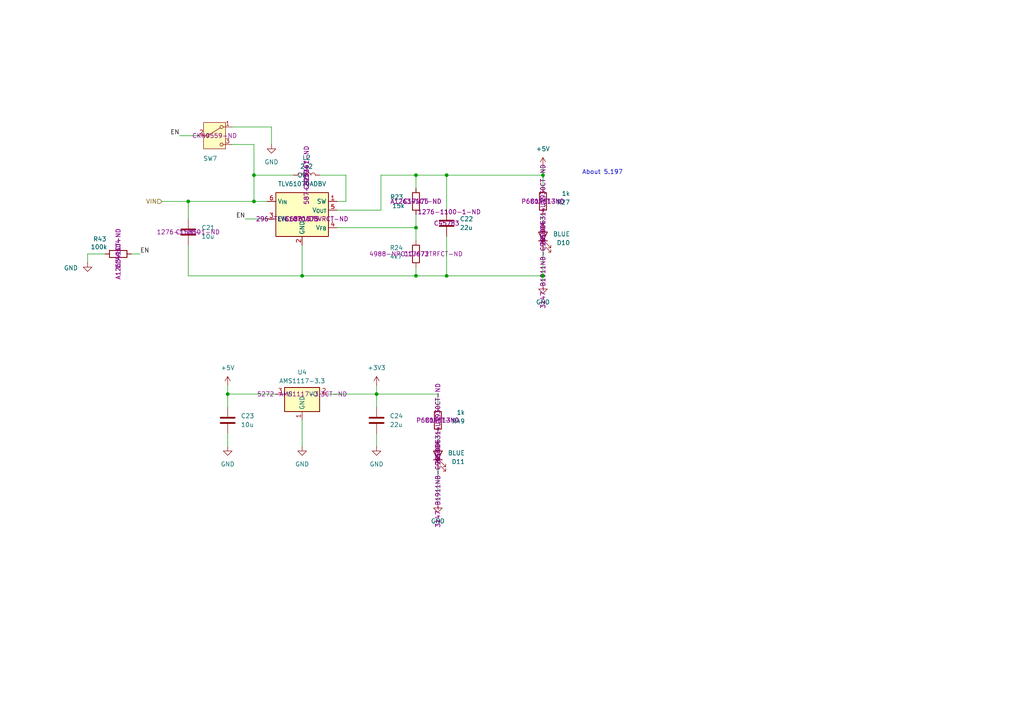
<source format=kicad_sch>
(kicad_sch (version 20250114) (generator "eeschema") (generator_version "9.0")
  (paper "A4")
  (title_block (rev "Rev.1"))
  (lib_symbols
    (symbol "Device:C" (pin_numbers (hide yes)) (pin_names (offset 0.254))
      (property "Reference" "C" (at 0.635 2.54 0))
      (property "Value" "C" (at 0.635 -2.54 0))
      (symbol "C_0_1"
        (polyline (pts (xy -2.032 0.762) (xy 2.032 0.762)) (stroke (width 0.508)))
        (polyline (pts (xy -2.032 -0.762) (xy 2.032 -0.762)) (stroke (width 0.508)))
      )
      (symbol "C_1_1"
        (pin passive line (at 0 3.81 270) (length 2.794) (name "~") (number "1"))
        (pin passive line (at 0 -3.81 90) (length 2.794) (name "~") (number "2"))
      )
    )
    (symbol "Device:L" (pin_numbers (hide yes)) (pin_names (offset 1.016) (hide yes))
      (property "Reference" "L" (at -1.27 0 90))
      (property "Value" "L" (at 1.905 0 90))
      (symbol "L_0_1"
        (arc (start 0 2.54) (mid 0.6323 1.905) (end 0 1.27))
        (arc (start 0 1.27) (mid 0.6323 0.635) (end 0 0))
        (arc (start 0 0) (mid 0.6323 -0.635) (end 0 -1.27))
        (arc (start 0 -1.27) (mid 0.6323 -1.905) (end 0 -2.54))
      )
      (symbol "L_1_1"
        (pin passive line (at 0 3.81 270) (length 1.27) (name "1") (number "1"))
        (pin passive line (at 0 -3.81 90) (length 1.27) (name "2") (number "2"))
      )
    )
    (symbol "Device:R" (pin_numbers (hide yes)) (pin_names (offset 0))
      (property "Reference" "R" (at 2.032 0 90))
      (property "Value" "R" (at 0 0 90))
      (symbol "R_0_1"
        (rectangle (start -1.016 -2.54) (end 1.016 2.54) (stroke (width 0.254)))
      )
      (symbol "R_1_1"
        (pin passive line (at 0 3.81 270) (length 1.27) (name "~") (number "1"))
        (pin passive line (at 0 -3.81 90) (length 1.27) (name "~") (number "2"))
      )
    )
    (symbol "Regulator_Linear:AMS1117-3.3"
      (property "Reference" "U" (at -3.81 3.175 0))
      (property "Value" "AMS1117-3.3" (at 0 3.175 0))
      (symbol "AMS1117-3.3_0_1"
        (rectangle (start -5.08 -5.08) (end 5.08 1.905) (stroke (width 0.254)) (fill (type background)))
      )
      (symbol "AMS1117-3.3_1_1"
        (pin power_in line (at -7.62 0 0) (length 2.54) (name "VI") (number "3"))
        (pin power_in line (at 0 -7.62 90) (length 2.54) (name "GND") (number "1"))
        (pin power_out line (at 7.62 0 180) (length 2.54) (name "VO") (number "2"))
      )
    )
    (symbol "Regulator_Switching:TLV61070ADBV"
      (property "Reference" "U" (at -7.62 8.89 0))
      (property "Value" "TLV61070ADBV" (at 0 8.89 0))
      (symbol "TLV61070ADBV_0_1"
        (rectangle (start -7.62 7.62) (end 7.62 -5.08) (stroke (width 0.254)) (fill (type background)))
      )
      (symbol "TLV61070ADBV_1_1"
        (pin power_in line (at -10.16 5.08 0) (length 2.54) (name "V_{IN}") (number "6"))
        (pin input line (at -10.16 0 0) (length 2.54) (name "EN") (number "3"))
        (pin power_in line (at 0 -7.62 90) (length 2.54) (name "GND") (number "2"))
        (pin input line (at 10.16 5.08 180) (length 2.54) (name "SW") (number "1"))
        (pin power_out line (at 10.16 2.54 180) (length 2.54) (name "V_{OUT}") (number "5"))
        (pin input line (at 10.16 -2.54 180) (length 2.54) (name "V_{FB}") (number "4"))
      )
    )
    (symbol "SparkFun-LED:LED" (pin_numbers (hide yes)) (pin_names (offset 1.016) (hide yes))
      (property "Reference" "D" (at 0 2.54 0))
      (property "Value" "LED" (at 0 -2.54 0))
      (symbol "LED_0_1"
        (polyline (pts (xy -3.048 -0.762) (xy -4.572 -2.286) (xy -3.81 -2.286) (xy -4.572 -2.286) (xy -4.572 -1.524)))
        (polyline (pts (xy -1.778 -0.762) (xy -3.302 -2.286) (xy -2.54 -2.286) (xy -3.302 -2.286) (xy -3.302 -1.524)))
        (polyline (pts (xy -1.27 0) (xy 1.27 0)))
        (polyline (pts (xy -1.27 -1.27) (xy -1.27 1.27)) (stroke (width 0.254)))
        (polyline (pts (xy 1.27 -1.27) (xy 1.27 1.27) (xy -1.27 0) (xy 1.27 -1.27)) (stroke (width 0.254)))
      )
      (symbol "LED_1_1"
        (pin passive line (at -3.81 0 0) (length 2.54) (name "K") (number "1"))
        (pin passive line (at 3.81 0 180) (length 2.54) (name "A") (number "2"))
      )
    )
    (symbol "Switch:SW_SPDT" (pin_names (offset 0) (hide yes))
      (property "Reference" "SW" (at 0 5.08 0))
      (property "Value" "SW_SPDT" (at 0 -5.08 0))
      (symbol "SW_SPDT_0_1"
        (circle (center -2.032 0) (radius 0.4572))
        (polyline (pts (xy -1.651 0.254) (xy 1.651 2.286)))
        (circle (center 2.032 2.54) (radius 0.4572))
        (circle (center 2.032 -2.54) (radius 0.4572))
      )
      (symbol "SW_SPDT_1_1"
        (rectangle (start -3.175 3.81) (end 3.175 -3.81) (fill (type background)))
        (pin passive line (at -5.08 0 0) (length 2.54) (name "B") (number "2"))
        (pin passive line (at 5.08 2.54 180) (length 2.54) (name "A") (number "1"))
        (pin passive line (at 5.08 -2.54 180) (length 2.54) (name "C") (number "3"))
      )
    )
    (symbol "power:+3V3" (power) (pin_numbers (hide yes)) (pin_names (offset 0) (hide yes))
      (property "Value" "+3V3" (at 0 3.556 0))
      (symbol "+3V3_0_1"
        (polyline (pts (xy -0.762 1.27) (xy 0 2.54)))
        (polyline (pts (xy 0 2.54) (xy 0.762 1.27)))
        (polyline (pts (xy 0 0) (xy 0 2.54)))
      )
      (symbol "+3V3_1_1"
        (pin power_in line (at 0 0 90) (length 0) (name "~") (number "1"))
      )
    )
    (symbol "power:+5V" (power) (pin_numbers (hide yes)) (pin_names (offset 0) (hide yes))
      (property "Value" "+5V" (at 0 3.556 0))
      (symbol "+5V_0_1"
        (polyline (pts (xy -0.762 1.27) (xy 0 2.54)))
        (polyline (pts (xy 0 2.54) (xy 0.762 1.27)))
        (polyline (pts (xy 0 0) (xy 0 2.54)))
      )
      (symbol "+5V_1_1"
        (pin power_in line (at 0 0 90) (length 0) (name "~") (number "1"))
      )
    )
    (symbol "power:GND" (power) (pin_numbers (hide yes)) (pin_names (offset 0) (hide yes))
      (property "Value" "GND" (at 0 -3.81 0))
      (symbol "GND_0_1"
        (polyline (pts (xy 0 0) (xy 0 -1.27) (xy 1.27 -1.27) (xy 0 -2.54) (xy -1.27 -1.27) (xy 0 -1.27)))
      )
      (symbol "GND_1_1"
        (pin power_in line (at 0 0 270) (length 0) (name "~") (number "1"))
      )
    )
  )
  (text "About 5.197" (at 174.752 50.038 0) (effects (font (size 1.27 1.27))))
  (junction (at 54.61 58.42))
  (junction (at 129.54 50.8))
  (junction (at 157.48 80.01))
  (junction (at 129.54 80.01))
  (junction (at 87.63 80.01))
  (junction (at 109.22 114.3))
  (junction (at 120.65 50.8))
  (junction (at 73.66 58.42))
  (junction (at 66.04 114.3))
  (junction (at 120.65 80.01))
  (junction (at 120.65 66.04))
  (junction (at 73.66 50.8))
  (junction (at 157.48 50.8))
  (wire (pts (xy 109.22 111.76) (xy 109.22 114.3)))
  (wire (pts (xy 52.07 39.37) (xy 57.15 39.37)))
  (wire (pts (xy 38.1 73.66) (xy 40.64 73.66)))
  (wire (pts (xy 87.63 121.92) (xy 87.63 129.54)))
  (wire (pts (xy 87.63 80.01) (xy 120.65 80.01)))
  (wire (pts (xy 129.54 50.8) (xy 129.54 60.96)))
  (wire (pts (xy 73.66 50.8) (xy 73.66 58.42)))
  (wire (pts (xy 66.04 111.76) (xy 66.04 114.3)))
  (wire (pts (xy 120.65 80.01) (xy 129.54 80.01)))
  (wire (pts (xy 127 114.3) (xy 127 118.11)))
  (wire (pts (xy 46.99 58.42) (xy 54.61 58.42)))
  (wire (pts (xy 109.22 114.3) (xy 127 114.3)))
  (wire (pts (xy 85.09 50.8) (xy 73.66 50.8)))
  (wire (pts (xy 78.74 36.83) (xy 78.74 41.91)))
  (wire (pts (xy 97.79 66.04) (xy 120.65 66.04)))
  (wire (pts (xy 73.66 58.42) (xy 77.47 58.42)))
  (wire (pts (xy 110.49 50.8) (xy 120.65 50.8)))
  (wire (pts (xy 110.49 50.8) (xy 110.49 60.96)))
  (wire (pts (xy 71.12 63.5) (xy 77.47 63.5)))
  (wire (pts (xy 54.61 71.12) (xy 54.61 80.01)))
  (wire (pts (xy 25.4 76.2) (xy 25.4 73.66)))
  (wire (pts (xy 120.65 50.8) (xy 129.54 50.8)))
  (wire (pts (xy 127 125.73) (xy 127 128.27)))
  (wire (pts (xy 54.61 58.42) (xy 73.66 58.42)))
  (wire (pts (xy 66.04 114.3) (xy 80.01 114.3)))
  (wire (pts (xy 157.48 72.39) (xy 157.48 80.01)))
  (wire (pts (xy 97.79 58.42) (xy 100.33 58.42)))
  (wire (pts (xy 157.48 50.8) (xy 157.48 54.61)))
  (wire (pts (xy 157.48 48.26) (xy 157.48 50.8)))
  (wire (pts (xy 120.65 50.8) (xy 120.65 54.61)))
  (wire (pts (xy 157.48 62.23) (xy 157.48 64.77)))
  (wire (pts (xy 73.66 41.91) (xy 73.66 50.8)))
  (wire (pts (xy 157.48 80.01) (xy 157.48 82.55)))
  (wire (pts (xy 129.54 80.01) (xy 157.48 80.01)))
  (wire (pts (xy 129.54 68.58) (xy 129.54 80.01)))
  (wire (pts (xy 120.65 69.85) (xy 120.65 66.04)))
  (wire (pts (xy 100.33 58.42) (xy 100.33 50.8)))
  (wire (pts (xy 120.65 62.23) (xy 120.65 66.04)))
  (wire (pts (xy 92.71 50.8) (xy 100.33 50.8)))
  (wire (pts (xy 54.61 63.5) (xy 54.61 58.42)))
  (wire (pts (xy 120.65 77.47) (xy 120.65 80.01)))
  (wire (pts (xy 54.61 80.01) (xy 87.63 80.01)))
  (wire (pts (xy 129.54 50.8) (xy 157.48 50.8)))
  (wire (pts (xy 109.22 125.73) (xy 109.22 129.54)))
  (wire (pts (xy 87.63 71.12) (xy 87.63 80.01)))
  (wire (pts (xy 25.4 73.66) (xy 30.48 73.66)))
  (wire (pts (xy 127 135.89) (xy 127 146.05)))
  (wire (pts (xy 110.49 60.96) (xy 97.79 60.96)))
  (wire (pts (xy 109.22 118.11) (xy 109.22 114.3)))
  (wire (pts (xy 67.31 41.91) (xy 73.66 41.91)))
  (wire (pts (xy 66.04 125.73) (xy 66.04 129.54)))
  (wire (pts (xy 109.22 114.3) (xy 95.25 114.3)))
  (wire (pts (xy 66.04 118.11) (xy 66.04 114.3)))
  (wire (pts (xy 67.31 36.83) (xy 78.74 36.83)))
  (label "EN" (at 71.12 63.5 180))
  (label "EN" (at 40.64 73.66 0))
  (label "EN" (at 52.07 39.37 180))
  (hierarchical_label "VIN" (shape input) (at 46.99 58.42 180))
  (symbol (lib_id "Device:C") (at 66.04 121.92 0) (unit 1)
    (property "Reference" "C23" (at 69.85 120.6499 0) (effects (justify left)))
    (property "Value" "10u" (at 69.85 123.1899 0) (effects (justify left)))
    (property "Footprint" "Capacitor_SMD:C_1206_3216Metric" (effects (hide yes)))
    (property "Description" "Unpolarized capacitor" (effects (hide yes)))
    (property "LCSC" "C13585" (effects (hide yes)))
  )
  (symbol (lib_id "Device:R") (at 120.65 73.66 0) (unit 1)
    (property "Reference" "R24" (at 113.03 71.882 0) (effects (justify left)))
    (property "Value" "4k7" (at 113.03 74.422 0) (effects (justify left)))
    (property "Footprint" "Resistor_SMD:R_0805_2012Metric" (effects (hide yes)))
    (property "Description" "Resistor" (effects (hide yes)))
    (property "DK#" "4988-NRC10J472TRFCT-ND" (at 120.65 73.66 0))
    (property "LCSC" "C17673" (at 120.65 73.66 0))
  )
  (symbol (lib_id "power:GND") (at 25.4 76.2 0) (unit 1)
    (property "Reference" "#PWR046" (effects (hide yes)))
    (property "Value" "GND" (at 20.574 77.724 0))
    (property "Description" "Power symbol creates a global label with name \"GND\" , ground" (effects (hide yes)))
  )
  (symbol (lib_id "Device:R") (at 34.29 73.66 270) (unit 1)
    (property "Reference" "R43" (at 28.956 69.342 90))
    (property "Value" "100k" (at 28.702 71.628 90))
    (property "Footprint" "Resistor_SMD:R_0805_2012Metric" (effects (hide yes)))
    (property "Description" "Resistor" (effects (hide yes)))
    (property "DK#" "A126341CT-ND" (at 34.29 73.66 0))
    (property "LCSC" "C149504" (at 34.29 73.66 0))
  )
  (symbol (lib_id "power:GND") (at 157.48 82.55 0) (unit 1)
    (property "Reference" "#PWR031" (effects (hide yes)))
    (property "Value" "GND" (at 157.48 87.63 0))
    (property "Description" "Power symbol creates a global label with name \"GND\" , ground" (effects (hide yes)))
  )
  (symbol (lib_id "power:GND") (at 109.22 129.54 0) (unit 1)
    (property "Reference" "#PWR035" (effects (hide yes)))
    (property "Value" "GND" (at 109.22 134.62 0))
    (property "Description" "Power symbol creates a global label with name \"GND\" , ground" (effects (hide yes)))
  )
  (symbol (lib_id "power:+5V") (at 66.04 111.76 0) (unit 1)
    (property "Reference" "#PWR036" (effects (hide yes)))
    (property "Value" "+5V" (at 66.04 106.68 0))
    (property "Description" "Power symbol creates a global label with name \"+5V\"" (effects (hide yes)))
  )
  (symbol (lib_id "Device:C") (at 54.61 67.31 0) (unit 1)
    (property "Reference" "C21" (at 58.42 66.0399 0) (effects (justify left)))
    (property "Value" "10u" (at 58.42 68.5799 0) (effects (justify left)))
    (property "Footprint" "Capacitor_SMD:C_0805_2012Metric" (effects (hide yes)))
    (property "Description" "Unpolarized capacitor" (effects (hide yes)))
    (property "DK#" "1276-1100-1-ND" (at 54.61 67.31 0))
    (property "LCSC" "C15850" (at 54.61 67.31 0))
  )
  (symbol (lib_id "Regulator_Switching:TLV61070ADBV") (at 87.63 63.5 0) (unit 1)
    (property "Reference" "U8" (at 87.63 50.8 0))
    (property "Value" "TLV61070ADBV" (at 87.63 53.34 0))
    (property "Footprint" "Package_TO_SOT_SMD:SOT-23-6" (effects (hide yes)))
    (property "Datasheet" "https://www.ti.com/lit/ds/symlink/tlv61070a.pdf" (effects (hide yes)))
    (property "Description" "Boost Converter, 2.5A switch current limit, 2.2-5.5V Output Voltage, 0.5-5.5V Input Voltage, SOT-23-6" (effects (hide yes)))
    (property "LCSC" "C6881375" (at 87.63 63.5 0))
    (property "DK#" "296-TLV61070ADBVRCT-ND" (at 87.63 63.5 0))
  )
  (symbol (lib_id "power:+5V") (at 157.48 48.26 0) (unit 1)
    (property "Reference" "#PWR032" (effects (hide yes)))
    (property "Value" "+5V" (at 157.48 43.18 0))
    (property "Description" "Power symbol creates a global label with name \"+5V\"" (effects (hide yes)))
  )
  (symbol (lib_id "Device:C") (at 109.22 121.92 0) (unit 1)
    (property "Reference" "C24" (at 113.03 120.6499 0) (effects (justify left)))
    (property "Value" "22u" (at 113.03 123.1899 0) (effects (justify left)))
    (property "Footprint" "Capacitor_SMD:C_1206_3216Metric" (effects (hide yes)))
    (property "Description" "Unpolarized capacitor" (effects (hide yes)))
    (property "LCSC" "C12891" (effects (hide yes)))
  )
  (symbol (lib_id "power:GND") (at 87.63 129.54 0) (unit 1)
    (property "Reference" "#PWR034" (effects (hide yes)))
    (property "Value" "GND" (at 87.63 134.62 0))
    (property "Description" "Power symbol creates a global label with name \"GND\" , ground" (effects (hide yes)))
  )
  (symbol (lib_id "Device:R") (at 127 121.92 180) (unit 1)
    (property "Reference" "R49" (at 134.874 122.174 0) (effects (justify left)))
    (property "Value" "1k" (at 134.874 119.634 0) (effects (justify left)))
    (property "Footprint" "Resistor_SMD:R_0805_2012Metric" (effects (hide yes)))
    (property "Description" "Resistor" (effects (hide yes)))
    (property "DK#" "P680ACT-ND" (at 127 121.92 0))
    (property "LCSC" "C17513" (at 127 121.92 0))
  )
  (symbol (lib_id "SparkFun-LED:LED") (at 157.48 68.58 90) (unit 1)
    (property "Reference" "D10" (at 165.354 70.4215 90) (effects (justify left)))
    (property "Value" "BLUE" (at 165.354 67.8815 90) (effects (justify left)))
    (property "Footprint" "LED_SMD:LED_0603_1608Metric" (effects (hide yes)))
    (property "Description" "Light emitting diode" (effects (hide yes)))
    (property "PROD_ID" "LED-" (effects (hide yes)))
    (property "DK#" "3147-B1911NB--20C005314U1930CT-ND" (at 157.48 68.58 0))
    (property "LCSC" "C965804" (at 157.48 68.58 0))
  )
  (symbol (lib_id "power:GND") (at 127 146.05 0) (unit 1)
    (property "Reference" "#PWR076" (effects (hide yes)))
    (property "Value" "GND" (at 127 151.13 0))
    (property "Description" "Power symbol creates a global label with name \"GND\" , ground" (effects (hide yes)))
  )
  (symbol (lib_id "SparkFun-LED:LED") (at 127 132.08 90) (unit 1)
    (property "Reference" "D11" (at 134.874 133.9215 90) (effects (justify left)))
    (property "Value" "BLUE" (at 134.874 131.3815 90) (effects (justify left)))
    (property "Footprint" "LED_SMD:LED_0603_1608Metric" (effects (hide yes)))
    (property "Description" "Light emitting diode" (effects (hide yes)))
    (property "PROD_ID" "LED-" (effects (hide yes)))
    (property "DK#" "3147-B1911NB--20C005314U1930CT-ND" (at 127 132.08 0))
    (property "LCSC" "C965804" (at 127 132.08 0))
  )
  (symbol (lib_id "power:GND") (at 66.04 129.54 0) (unit 1)
    (property "Reference" "#PWR033" (effects (hide yes)))
    (property "Value" "GND" (at 66.04 134.62 0))
    (property "Description" "Power symbol creates a global label with name \"GND\" , ground" (effects (hide yes)))
  )
  (symbol (lib_id "Regulator_Linear:AMS1117-3.3") (at 87.63 114.3 0) (unit 1)
    (property "Reference" "U4" (at 87.63 107.95 0))
    (property "Value" "AMS1117-3.3" (at 87.63 110.49 0))
    (property "Footprint" "Package_TO_SOT_SMD:SOT-223-3_TabPin2" (effects (hide yes)))
    (property "Datasheet" "http://www.advanced-monolithic.com/pdf/ds1117.pdf" (effects (hide yes)))
    (property "Description" "1A Low Dropout regulator, positive, 3.3V fixed output, SOT-223" (effects (hide yes)))
    (property "LCSC" "C6186" (effects (hide yes)))
    (property "DK#" "5272-AMS1117-3.3CT-ND" (at 87.63 114.3 0))
  )
  (symbol (lib_id "Device:R") (at 120.65 58.42 180) (unit 1)
    (property "Reference" "R23" (at 115.062 57.15 0))
    (property "Value" "15k" (at 115.57 59.69 0))
    (property "Footprint" "Resistor_SMD:R_0805_2012Metric" (effects (hide yes)))
    (property "Description" "Resistor" (effects (hide yes)))
    (property "DK#" "A126341CT-ND" (at 120.65 58.42 0))
    (property "LCSC" "C17475" (at 120.65 58.42 0))
  )
  (symbol (lib_id "Device:R") (at 157.48 58.42 180) (unit 1)
    (property "Reference" "R27" (at 165.354 58.674 0) (effects (justify left)))
    (property "Value" "1k" (at 165.354 56.134 0) (effects (justify left)))
    (property "Footprint" "Resistor_SMD:R_0805_2012Metric" (effects (hide yes)))
    (property "Description" "Resistor" (effects (hide yes)))
    (property "DK#" "P680ACT-ND" (at 157.48 58.42 0))
    (property "LCSC" "C17513" (at 157.48 58.42 0))
  )
  (symbol (lib_id "Device:L") (at 88.9 50.8 90) (unit 1)
    (property "Reference" "L2" (at 88.9 45.72 90))
    (property "Value" "2u2" (at 88.9 48.26 90))
    (property "Footprint" "REGI:Ceaiya SMD,6x6mm CR6028-2R2N" (effects (hide yes)))
    (property "Description" "Inductor" (effects (hide yes)))
    (property "DK# " "https://www.digikey.ca/en/products/detail/taiyo-yuden/NRS6028T4R7MMGKV/4693978" (effects (hide yes)))
    (property "DK#" "587-2939-1-ND" (at 88.9 50.8 0))
    (property "LCSC" "C520367" (at 88.9 50.8 0))
  )
  (symbol (lib_id "Switch:SW_SPDT") (at 62.23 39.37 0) (unit 1)
    (property "Reference" "SW7" (at 58.928 45.974 0) (effects (justify left)))
    (property "Value" "SW_SPDT" (effects (hide yes)))
    (property "Footprint" "Button_Switch_THT:SW_Slide_SPDT_Angled_CK_OS102011MA1Q" (effects (hide yes)))
    (property "Description" "Switch, single pole double throw" (effects (hide yes)))
    (property "DK#" "CKN9559-ND" (at 62.23 39.37 0))
  )
  (symbol (lib_id "power:+3V3") (at 109.22 111.76 0) (unit 1)
    (property "Reference" "#PWR037" (effects (hide yes)))
    (property "Value" "+3V3" (at 109.22 106.68 0))
    (property "Description" "Power symbol creates a global label with name \"+3V3\"" (effects (hide yes)))
  )
  (symbol (lib_id "Device:C") (at 129.54 64.77 0) (unit 1)
    (property "Reference" "C22" (at 133.35 63.4999 0) (effects (justify left)))
    (property "Value" "22u" (at 133.35 66.0399 0) (effects (justify left)))
    (property "Footprint" "Capacitor_SMD:C_0805_2012Metric" (effects (hide yes)))
    (property "Description" "Unpolarized capacitor" (effects (hide yes)))
    (property "DK#" "1276-1100-1-ND" (at 130.302 61.468 0))
    (property "LCSC" "C45783" (at 129.54 64.77 0))
  )
  (symbol (lib_id "power:GND") (at 78.74 41.91 0) (unit 1)
    (property "Reference" "#PWR092" (effects (hide yes)))
    (property "Value" "GND" (at 78.74 46.99 0))
    (property "Description" "Power symbol creates a global label with name \"GND\" , ground" (effects (hide yes)))
  )
)
</source>
